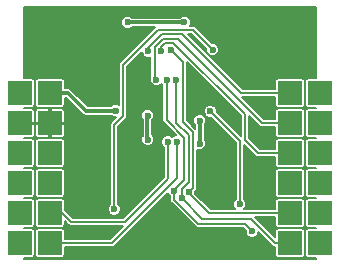
<source format=gbl>
G04 #@! TF.FileFunction,Copper,L2,Bot,Signal*
%FSLAX46Y46*%
G04 Gerber Fmt 4.6, Leading zero omitted, Abs format (unit mm)*
G04 Created by KiCad (PCBNEW 4.0.6) date 03/27/17 14:11:27*
%MOMM*%
%LPD*%
G01*
G04 APERTURE LIST*
%ADD10C,0.100000*%
%ADD11R,2.000000X2.000000*%
%ADD12C,0.600000*%
%ADD13C,0.300000*%
%ADD14C,0.200000*%
G04 APERTURE END LIST*
D10*
D11*
X125230000Y-91700000D03*
X125230000Y-94240000D03*
X125230000Y-96780000D03*
X125230000Y-99320000D03*
X125230000Y-101860000D03*
X125230000Y-104400000D03*
X145560000Y-104400000D03*
X145560000Y-101860000D03*
X145560000Y-99320000D03*
X145560000Y-96780000D03*
X145560000Y-94240000D03*
X145560000Y-91700000D03*
X148100000Y-104400000D03*
X148100000Y-101860000D03*
X148100000Y-99320000D03*
X148100000Y-96780000D03*
X148100000Y-94240000D03*
X148100000Y-91700000D03*
X122690000Y-91700000D03*
X122690000Y-94240000D03*
X122690000Y-96780000D03*
X122690000Y-99320000D03*
X122690000Y-101860000D03*
X122690000Y-104400000D03*
D12*
X133500000Y-93600000D03*
X133530000Y-95620000D03*
X136600000Y-85710000D03*
X131810000Y-85710000D03*
X137920000Y-94020000D03*
X137920000Y-95980000D03*
X130800000Y-93190000D03*
X137900000Y-93100000D03*
X140200000Y-85500000D03*
X144570000Y-89470000D03*
X140710000Y-99600000D03*
X128060000Y-101760000D03*
X132270000Y-98130000D03*
X130000000Y-85500000D03*
X127500000Y-96100000D03*
X132500000Y-94300000D03*
X142500000Y-98200000D03*
X142900000Y-95300000D03*
X135000000Y-100800000D03*
X134100000Y-94300000D03*
X138000000Y-99600000D03*
X135490000Y-88040000D03*
X136975000Y-100100000D03*
X136375000Y-100575000D03*
X135915000Y-90605000D03*
X135104000Y-90580000D03*
X142340000Y-103390000D03*
X135740000Y-100000000D03*
X134650000Y-88090000D03*
X134250000Y-90550000D03*
X133540000Y-88140000D03*
X135220000Y-95830000D03*
X136025000Y-95800000D03*
X141320000Y-101110000D03*
X138790000Y-93210000D03*
X139000000Y-88025000D03*
X130670000Y-101520000D03*
D13*
X133500000Y-93600000D02*
X133470000Y-93630000D01*
X133470000Y-95560000D02*
X133530000Y-95620000D01*
X133470000Y-93630000D02*
X133470000Y-95560000D01*
D14*
X133530000Y-95620000D02*
X133500000Y-95620000D01*
D13*
X136600000Y-85710000D02*
X131810000Y-85710000D01*
X137920000Y-95980000D02*
X137920000Y-94020000D01*
X126770000Y-91700000D02*
X125230000Y-91700000D01*
X128260000Y-93190000D02*
X126770000Y-91700000D01*
X130800000Y-93190000D02*
X128260000Y-93190000D01*
D14*
X140200000Y-85500000D02*
X140600000Y-85500000D01*
X140600000Y-85500000D02*
X144570000Y-89470000D01*
X136975000Y-100100000D02*
X137350000Y-99725000D01*
X136470000Y-89020000D02*
X135490000Y-88040000D01*
X136470000Y-94140000D02*
X136470000Y-89020000D01*
X137350000Y-95020000D02*
X136470000Y-94140000D01*
X137350000Y-99725000D02*
X137350000Y-95020000D01*
X145560000Y-101860000D02*
X138685000Y-101860000D01*
X136975000Y-100150000D02*
X136975000Y-100100000D01*
X138685000Y-101860000D02*
X136975000Y-100150000D01*
X135915000Y-90605000D02*
X135915000Y-94185000D01*
X136375000Y-99835000D02*
X136375000Y-100575000D01*
X136980000Y-99230000D02*
X136375000Y-99835000D01*
X136980000Y-95250000D02*
X136980000Y-99230000D01*
X135915000Y-94185000D02*
X136980000Y-95250000D01*
X145560000Y-104400000D02*
X144300000Y-104400000D01*
X144300000Y-104400000D02*
X142220000Y-102320000D01*
X142220000Y-102320000D02*
X138120000Y-102320000D01*
X138120000Y-102320000D02*
X136375000Y-100575000D01*
X135740000Y-99885000D02*
X136600000Y-99025000D01*
X136600000Y-95500000D02*
X136600000Y-99025000D01*
X135104000Y-94004000D02*
X136600000Y-95500000D01*
X135104000Y-94004000D02*
X135104000Y-90580000D01*
X135740000Y-99885000D02*
X135740000Y-100000000D01*
X142340000Y-103390000D02*
X141750002Y-102800002D01*
X141750002Y-102800002D02*
X137810002Y-102800002D01*
X137810002Y-102800002D02*
X135800000Y-100790000D01*
X135740000Y-100730000D02*
X135800000Y-100790000D01*
X135740000Y-100000000D02*
X135740000Y-100730000D01*
X134650000Y-88090000D02*
X134650000Y-87749956D01*
X135730000Y-87500000D02*
X141730000Y-93500000D01*
X141730000Y-93500000D02*
X141730000Y-95660000D01*
X141730000Y-95660000D02*
X142850000Y-96780000D01*
X142850000Y-96780000D02*
X145560000Y-96780000D01*
X135650004Y-87420004D02*
X135730000Y-87500000D01*
X134979952Y-87420004D02*
X135650004Y-87420004D01*
X134650000Y-87749956D02*
X134979952Y-87420004D01*
X136080000Y-87120000D02*
X136079998Y-87120000D01*
X145560000Y-94240000D02*
X143200000Y-94240000D01*
X136080000Y-87120000D02*
X143200000Y-94240000D01*
X134092489Y-90392489D02*
X134250000Y-90550000D01*
X134092489Y-87812489D02*
X134092489Y-90392489D01*
X134834976Y-87070002D02*
X134092489Y-87812489D01*
X135600000Y-87070002D02*
X134834976Y-87070002D01*
X136030000Y-87070002D02*
X135600000Y-87070002D01*
X136079998Y-87120000D02*
X136030000Y-87070002D01*
X141400000Y-91700000D02*
X136420000Y-86720000D01*
X136420000Y-86720000D02*
X134690000Y-86720000D01*
X134690000Y-86720000D02*
X133540000Y-87870000D01*
X133540000Y-87870000D02*
X133540000Y-88140000D01*
X141400000Y-91700000D02*
X145560000Y-91700000D01*
X135220000Y-98905000D02*
X135102500Y-99022500D01*
X135220000Y-95830000D02*
X135220000Y-98905000D01*
X135102500Y-99022500D02*
X131550000Y-102575000D01*
X126285000Y-101860000D02*
X125230000Y-101860000D01*
X127000000Y-102575000D02*
X126285000Y-101860000D01*
X131550000Y-102575000D02*
X127000000Y-102575000D01*
X125230000Y-104400000D02*
X130475000Y-104400000D01*
X136025000Y-98850000D02*
X136025000Y-95800000D01*
X130475000Y-104400000D02*
X136025000Y-98850000D01*
X141320000Y-95740000D02*
X141320000Y-101110000D01*
X138790000Y-93210000D02*
X141320000Y-95740000D01*
X131400000Y-89300000D02*
X134340000Y-86360000D01*
X134340000Y-86360000D02*
X137335000Y-86360000D01*
X137335000Y-86360000D02*
X139000000Y-88025000D01*
X130670000Y-101520000D02*
X130675000Y-94395000D01*
X130675000Y-94395000D02*
X131400000Y-93670000D01*
X131400000Y-93670000D02*
X131400000Y-89300000D01*
G36*
X147775000Y-90445103D02*
X147100000Y-90445103D01*
X147007356Y-90462535D01*
X146922268Y-90517288D01*
X146865185Y-90600831D01*
X146845103Y-90700000D01*
X146845103Y-92700000D01*
X146862535Y-92792644D01*
X146917288Y-92877732D01*
X147000831Y-92934815D01*
X147100000Y-92954897D01*
X147775000Y-92954897D01*
X147775000Y-92985103D01*
X147100000Y-92985103D01*
X147007356Y-93002535D01*
X146922268Y-93057288D01*
X146865185Y-93140831D01*
X146845103Y-93240000D01*
X146845103Y-95240000D01*
X146862535Y-95332644D01*
X146917288Y-95417732D01*
X147000831Y-95474815D01*
X147100000Y-95494897D01*
X147775000Y-95494897D01*
X147775000Y-95525103D01*
X147100000Y-95525103D01*
X147007356Y-95542535D01*
X146922268Y-95597288D01*
X146865185Y-95680831D01*
X146845103Y-95780000D01*
X146845103Y-97780000D01*
X146862535Y-97872644D01*
X146917288Y-97957732D01*
X147000831Y-98014815D01*
X147100000Y-98034897D01*
X147775000Y-98034897D01*
X147775000Y-98065103D01*
X147100000Y-98065103D01*
X147007356Y-98082535D01*
X146922268Y-98137288D01*
X146865185Y-98220831D01*
X146845103Y-98320000D01*
X146845103Y-100320000D01*
X146862535Y-100412644D01*
X146917288Y-100497732D01*
X147000831Y-100554815D01*
X147100000Y-100574897D01*
X147775000Y-100574897D01*
X147775000Y-100605103D01*
X147100000Y-100605103D01*
X147007356Y-100622535D01*
X146922268Y-100677288D01*
X146865185Y-100760831D01*
X146845103Y-100860000D01*
X146845103Y-102860000D01*
X146862535Y-102952644D01*
X146917288Y-103037732D01*
X147000831Y-103094815D01*
X147100000Y-103114897D01*
X147775000Y-103114897D01*
X147775000Y-103145103D01*
X147100000Y-103145103D01*
X147007356Y-103162535D01*
X146922268Y-103217288D01*
X146865185Y-103300831D01*
X146845103Y-103400000D01*
X146845103Y-105400000D01*
X146862535Y-105492644D01*
X146917288Y-105577732D01*
X147000831Y-105634815D01*
X147100000Y-105654897D01*
X147775000Y-105654897D01*
X147775000Y-105775000D01*
X123025000Y-105775000D01*
X123025000Y-105654897D01*
X123690000Y-105654897D01*
X123782644Y-105637465D01*
X123867732Y-105582712D01*
X123924815Y-105499169D01*
X123944897Y-105400000D01*
X123944897Y-103400000D01*
X123927465Y-103307356D01*
X123872712Y-103222268D01*
X123789169Y-103165185D01*
X123690000Y-103145103D01*
X123025000Y-103145103D01*
X123025000Y-103114897D01*
X123690000Y-103114897D01*
X123782644Y-103097465D01*
X123867732Y-103042712D01*
X123924815Y-102959169D01*
X123944897Y-102860000D01*
X123944897Y-100860000D01*
X123927465Y-100767356D01*
X123872712Y-100682268D01*
X123789169Y-100625185D01*
X123690000Y-100605103D01*
X123025000Y-100605103D01*
X123025000Y-100574897D01*
X123690000Y-100574897D01*
X123782644Y-100557465D01*
X123867732Y-100502712D01*
X123924815Y-100419169D01*
X123944897Y-100320000D01*
X123944897Y-98320000D01*
X123975103Y-98320000D01*
X123975103Y-100320000D01*
X123992535Y-100412644D01*
X124047288Y-100497732D01*
X124130831Y-100554815D01*
X124230000Y-100574897D01*
X126230000Y-100574897D01*
X126322644Y-100557465D01*
X126407732Y-100502712D01*
X126464815Y-100419169D01*
X126484897Y-100320000D01*
X126484897Y-98320000D01*
X126467465Y-98227356D01*
X126412712Y-98142268D01*
X126329169Y-98085185D01*
X126230000Y-98065103D01*
X124230000Y-98065103D01*
X124137356Y-98082535D01*
X124052268Y-98137288D01*
X123995185Y-98220831D01*
X123975103Y-98320000D01*
X123944897Y-98320000D01*
X123927465Y-98227356D01*
X123872712Y-98142268D01*
X123789169Y-98085185D01*
X123690000Y-98065103D01*
X123025000Y-98065103D01*
X123025000Y-98034897D01*
X123690000Y-98034897D01*
X123782644Y-98017465D01*
X123867732Y-97962712D01*
X123924815Y-97879169D01*
X123944897Y-97780000D01*
X123944897Y-95780000D01*
X123975103Y-95780000D01*
X123975103Y-97780000D01*
X123992535Y-97872644D01*
X124047288Y-97957732D01*
X124130831Y-98014815D01*
X124230000Y-98034897D01*
X126230000Y-98034897D01*
X126322644Y-98017465D01*
X126407732Y-97962712D01*
X126464815Y-97879169D01*
X126484897Y-97780000D01*
X126484897Y-95780000D01*
X126467465Y-95687356D01*
X126412712Y-95602268D01*
X126329169Y-95545185D01*
X126230000Y-95525103D01*
X124230000Y-95525103D01*
X124137356Y-95542535D01*
X124052268Y-95597288D01*
X123995185Y-95680831D01*
X123975103Y-95780000D01*
X123944897Y-95780000D01*
X123927465Y-95687356D01*
X123872712Y-95602268D01*
X123789169Y-95545185D01*
X123690000Y-95525103D01*
X123025000Y-95525103D01*
X123025000Y-95490000D01*
X123739728Y-95490000D01*
X123831614Y-95451940D01*
X123901940Y-95381614D01*
X123940000Y-95289728D01*
X123940000Y-94352500D01*
X123980000Y-94352500D01*
X123980000Y-95289728D01*
X124018060Y-95381614D01*
X124088386Y-95451940D01*
X124180272Y-95490000D01*
X125117500Y-95490000D01*
X125180000Y-95427500D01*
X125180000Y-94290000D01*
X125280000Y-94290000D01*
X125280000Y-95427500D01*
X125342500Y-95490000D01*
X126279728Y-95490000D01*
X126371614Y-95451940D01*
X126441940Y-95381614D01*
X126480000Y-95289728D01*
X126480000Y-94352500D01*
X126417500Y-94290000D01*
X125280000Y-94290000D01*
X125180000Y-94290000D01*
X124042500Y-94290000D01*
X123980000Y-94352500D01*
X123940000Y-94352500D01*
X123877500Y-94290000D01*
X123025000Y-94290000D01*
X123025000Y-94190000D01*
X123877500Y-94190000D01*
X123940000Y-94127500D01*
X123940000Y-93190272D01*
X123980000Y-93190272D01*
X123980000Y-94127500D01*
X124042500Y-94190000D01*
X125180000Y-94190000D01*
X125180000Y-93052500D01*
X125280000Y-93052500D01*
X125280000Y-94190000D01*
X126417500Y-94190000D01*
X126480000Y-94127500D01*
X126480000Y-93190272D01*
X126441940Y-93098386D01*
X126371614Y-93028060D01*
X126279728Y-92990000D01*
X125342500Y-92990000D01*
X125280000Y-93052500D01*
X125180000Y-93052500D01*
X125117500Y-92990000D01*
X124180272Y-92990000D01*
X124088386Y-93028060D01*
X124018060Y-93098386D01*
X123980000Y-93190272D01*
X123940000Y-93190272D01*
X123901940Y-93098386D01*
X123831614Y-93028060D01*
X123739728Y-92990000D01*
X123025000Y-92990000D01*
X123025000Y-92954897D01*
X123690000Y-92954897D01*
X123782644Y-92937465D01*
X123867732Y-92882712D01*
X123924815Y-92799169D01*
X123944897Y-92700000D01*
X123944897Y-90700000D01*
X123975103Y-90700000D01*
X123975103Y-92700000D01*
X123992535Y-92792644D01*
X124047288Y-92877732D01*
X124130831Y-92934815D01*
X124230000Y-92954897D01*
X126230000Y-92954897D01*
X126322644Y-92937465D01*
X126407732Y-92882712D01*
X126464815Y-92799169D01*
X126484897Y-92700000D01*
X126484897Y-92100000D01*
X126604314Y-92100000D01*
X127977157Y-93472843D01*
X128106926Y-93559552D01*
X128260000Y-93590000D01*
X130422163Y-93590000D01*
X130488043Y-93655995D01*
X130690118Y-93739904D01*
X130834996Y-93740030D01*
X130427513Y-94147513D01*
X130389692Y-94204115D01*
X130351736Y-94260834D01*
X130351711Y-94260957D01*
X130351642Y-94261061D01*
X130338514Y-94327061D01*
X130325000Y-94394754D01*
X130320300Y-101091951D01*
X130204005Y-101208043D01*
X130120096Y-101410118D01*
X130119905Y-101628922D01*
X130203461Y-101831143D01*
X130358043Y-101985995D01*
X130560118Y-102069904D01*
X130778922Y-102070095D01*
X130981143Y-101986539D01*
X131135995Y-101831957D01*
X131219904Y-101629882D01*
X131220095Y-101411078D01*
X131136539Y-101208857D01*
X131020300Y-101092415D01*
X131024898Y-94540076D01*
X131647487Y-93917487D01*
X131723358Y-93803939D01*
X131742257Y-93708922D01*
X132949905Y-93708922D01*
X133033461Y-93911143D01*
X133070000Y-93947746D01*
X133070000Y-95302058D01*
X133064005Y-95308043D01*
X132980096Y-95510118D01*
X132979905Y-95728922D01*
X133063461Y-95931143D01*
X133218043Y-96085995D01*
X133420118Y-96169904D01*
X133638922Y-96170095D01*
X133841143Y-96086539D01*
X133995995Y-95931957D01*
X134079904Y-95729882D01*
X134080095Y-95511078D01*
X133996539Y-95308857D01*
X133870000Y-95182097D01*
X133870000Y-94007785D01*
X133965995Y-93911957D01*
X134049904Y-93709882D01*
X134050095Y-93491078D01*
X133966539Y-93288857D01*
X133811957Y-93134005D01*
X133609882Y-93050096D01*
X133391078Y-93049905D01*
X133188857Y-93133461D01*
X133034005Y-93288043D01*
X132950096Y-93490118D01*
X132949905Y-93708922D01*
X131742257Y-93708922D01*
X131750000Y-93670000D01*
X131750000Y-89444974D01*
X132989943Y-88205031D01*
X132989905Y-88248922D01*
X133073461Y-88451143D01*
X133228043Y-88605995D01*
X133430118Y-88689904D01*
X133648922Y-88690095D01*
X133742489Y-88651434D01*
X133742489Y-90338024D01*
X133700096Y-90440118D01*
X133699905Y-90658922D01*
X133783461Y-90861143D01*
X133938043Y-91015995D01*
X134140118Y-91099904D01*
X134358922Y-91100095D01*
X134561143Y-91016539D01*
X134662066Y-90915791D01*
X134754000Y-91007886D01*
X134754000Y-94004000D01*
X134774301Y-94106061D01*
X134780642Y-94137939D01*
X134856513Y-94251487D01*
X135872809Y-95267783D01*
X135713857Y-95333461D01*
X135607476Y-95439656D01*
X135531957Y-95364005D01*
X135329882Y-95280096D01*
X135111078Y-95279905D01*
X134908857Y-95363461D01*
X134754005Y-95518043D01*
X134670096Y-95720118D01*
X134669905Y-95938922D01*
X134753461Y-96141143D01*
X134870000Y-96257886D01*
X134870000Y-98760026D01*
X134855016Y-98775010D01*
X134855013Y-98775012D01*
X131405026Y-102225000D01*
X127144975Y-102225000D01*
X126532487Y-101612513D01*
X126484897Y-101580714D01*
X126484897Y-100860000D01*
X126467465Y-100767356D01*
X126412712Y-100682268D01*
X126329169Y-100625185D01*
X126230000Y-100605103D01*
X124230000Y-100605103D01*
X124137356Y-100622535D01*
X124052268Y-100677288D01*
X123995185Y-100760831D01*
X123975103Y-100860000D01*
X123975103Y-102860000D01*
X123992535Y-102952644D01*
X124047288Y-103037732D01*
X124130831Y-103094815D01*
X124230000Y-103114897D01*
X126230000Y-103114897D01*
X126322644Y-103097465D01*
X126407732Y-103042712D01*
X126464815Y-102959169D01*
X126484897Y-102860000D01*
X126484897Y-102554872D01*
X126752513Y-102822488D01*
X126866061Y-102898358D01*
X127000000Y-102925000D01*
X131455026Y-102925000D01*
X130330026Y-104050000D01*
X126484897Y-104050000D01*
X126484897Y-103400000D01*
X126467465Y-103307356D01*
X126412712Y-103222268D01*
X126329169Y-103165185D01*
X126230000Y-103145103D01*
X124230000Y-103145103D01*
X124137356Y-103162535D01*
X124052268Y-103217288D01*
X123995185Y-103300831D01*
X123975103Y-103400000D01*
X123975103Y-105400000D01*
X123992535Y-105492644D01*
X124047288Y-105577732D01*
X124130831Y-105634815D01*
X124230000Y-105654897D01*
X126230000Y-105654897D01*
X126322644Y-105637465D01*
X126407732Y-105582712D01*
X126464815Y-105499169D01*
X126484897Y-105400000D01*
X126484897Y-104750000D01*
X130475000Y-104750000D01*
X130608939Y-104723358D01*
X130722487Y-104647487D01*
X135210707Y-100159267D01*
X135273461Y-100311143D01*
X135390000Y-100427886D01*
X135390000Y-100730000D01*
X135416642Y-100863939D01*
X135492513Y-100977487D01*
X135552513Y-101037488D01*
X135552516Y-101037490D01*
X137562515Y-103047489D01*
X137676062Y-103123360D01*
X137698284Y-103127780D01*
X137810002Y-103150002D01*
X141605028Y-103150002D01*
X141790048Y-103335022D01*
X141789905Y-103498922D01*
X141873461Y-103701143D01*
X142028043Y-103855995D01*
X142230118Y-103939904D01*
X142448922Y-103940095D01*
X142651143Y-103856539D01*
X142805995Y-103701957D01*
X142889904Y-103499882D01*
X142889917Y-103484892D01*
X144052512Y-104647487D01*
X144166060Y-104723358D01*
X144188282Y-104727778D01*
X144300000Y-104750000D01*
X144305103Y-104750000D01*
X144305103Y-105400000D01*
X144322535Y-105492644D01*
X144377288Y-105577732D01*
X144460831Y-105634815D01*
X144560000Y-105654897D01*
X146560000Y-105654897D01*
X146652644Y-105637465D01*
X146737732Y-105582712D01*
X146794815Y-105499169D01*
X146814897Y-105400000D01*
X146814897Y-103400000D01*
X146797465Y-103307356D01*
X146742712Y-103222268D01*
X146659169Y-103165185D01*
X146560000Y-103145103D01*
X144560000Y-103145103D01*
X144467356Y-103162535D01*
X144382268Y-103217288D01*
X144325185Y-103300831D01*
X144305103Y-103400000D01*
X144305103Y-103910128D01*
X142604974Y-102210000D01*
X144305103Y-102210000D01*
X144305103Y-102860000D01*
X144322535Y-102952644D01*
X144377288Y-103037732D01*
X144460831Y-103094815D01*
X144560000Y-103114897D01*
X146560000Y-103114897D01*
X146652644Y-103097465D01*
X146737732Y-103042712D01*
X146794815Y-102959169D01*
X146814897Y-102860000D01*
X146814897Y-100860000D01*
X146797465Y-100767356D01*
X146742712Y-100682268D01*
X146659169Y-100625185D01*
X146560000Y-100605103D01*
X144560000Y-100605103D01*
X144467356Y-100622535D01*
X144382268Y-100677288D01*
X144325185Y-100760831D01*
X144305103Y-100860000D01*
X144305103Y-101510000D01*
X141697798Y-101510000D01*
X141785995Y-101421957D01*
X141869904Y-101219882D01*
X141870095Y-101001078D01*
X141786539Y-100798857D01*
X141670000Y-100682114D01*
X141670000Y-98320000D01*
X144305103Y-98320000D01*
X144305103Y-100320000D01*
X144322535Y-100412644D01*
X144377288Y-100497732D01*
X144460831Y-100554815D01*
X144560000Y-100574897D01*
X146560000Y-100574897D01*
X146652644Y-100557465D01*
X146737732Y-100502712D01*
X146794815Y-100419169D01*
X146814897Y-100320000D01*
X146814897Y-98320000D01*
X146797465Y-98227356D01*
X146742712Y-98142268D01*
X146659169Y-98085185D01*
X146560000Y-98065103D01*
X144560000Y-98065103D01*
X144467356Y-98082535D01*
X144382268Y-98137288D01*
X144325185Y-98220831D01*
X144305103Y-98320000D01*
X141670000Y-98320000D01*
X141670000Y-96094974D01*
X142602512Y-97027487D01*
X142716060Y-97103358D01*
X142738282Y-97107778D01*
X142850000Y-97130000D01*
X144305103Y-97130000D01*
X144305103Y-97780000D01*
X144322535Y-97872644D01*
X144377288Y-97957732D01*
X144460831Y-98014815D01*
X144560000Y-98034897D01*
X146560000Y-98034897D01*
X146652644Y-98017465D01*
X146737732Y-97962712D01*
X146794815Y-97879169D01*
X146814897Y-97780000D01*
X146814897Y-95780000D01*
X146797465Y-95687356D01*
X146742712Y-95602268D01*
X146659169Y-95545185D01*
X146560000Y-95525103D01*
X144560000Y-95525103D01*
X144467356Y-95542535D01*
X144382268Y-95597288D01*
X144325185Y-95680831D01*
X144305103Y-95780000D01*
X144305103Y-96430000D01*
X142994975Y-96430000D01*
X142080000Y-95515026D01*
X142080000Y-93614975D01*
X142952513Y-94487488D01*
X143066061Y-94563358D01*
X143200000Y-94590000D01*
X144305103Y-94590000D01*
X144305103Y-95240000D01*
X144322535Y-95332644D01*
X144377288Y-95417732D01*
X144460831Y-95474815D01*
X144560000Y-95494897D01*
X146560000Y-95494897D01*
X146652644Y-95477465D01*
X146737732Y-95422712D01*
X146794815Y-95339169D01*
X146814897Y-95240000D01*
X146814897Y-93240000D01*
X146797465Y-93147356D01*
X146742712Y-93062268D01*
X146659169Y-93005185D01*
X146560000Y-92985103D01*
X144560000Y-92985103D01*
X144467356Y-93002535D01*
X144382268Y-93057288D01*
X144325185Y-93140831D01*
X144305103Y-93240000D01*
X144305103Y-93890000D01*
X143344975Y-93890000D01*
X141504975Y-92050000D01*
X144305103Y-92050000D01*
X144305103Y-92700000D01*
X144322535Y-92792644D01*
X144377288Y-92877732D01*
X144460831Y-92934815D01*
X144560000Y-92954897D01*
X146560000Y-92954897D01*
X146652644Y-92937465D01*
X146737732Y-92882712D01*
X146794815Y-92799169D01*
X146814897Y-92700000D01*
X146814897Y-90700000D01*
X146797465Y-90607356D01*
X146742712Y-90522268D01*
X146659169Y-90465185D01*
X146560000Y-90445103D01*
X144560000Y-90445103D01*
X144467356Y-90462535D01*
X144382268Y-90517288D01*
X144325185Y-90600831D01*
X144305103Y-90700000D01*
X144305103Y-91350000D01*
X141544975Y-91350000D01*
X136904974Y-86710000D01*
X137190026Y-86710000D01*
X138450048Y-87970023D01*
X138449905Y-88133922D01*
X138533461Y-88336143D01*
X138688043Y-88490995D01*
X138890118Y-88574904D01*
X139108922Y-88575095D01*
X139311143Y-88491539D01*
X139465995Y-88336957D01*
X139549904Y-88134882D01*
X139550095Y-87916078D01*
X139466539Y-87713857D01*
X139311957Y-87559005D01*
X139109882Y-87475096D01*
X138944927Y-87474952D01*
X137582487Y-86112513D01*
X137468939Y-86036642D01*
X137335000Y-86010000D01*
X137070960Y-86010000D01*
X137149904Y-85819882D01*
X137150095Y-85601078D01*
X137066539Y-85398857D01*
X136911957Y-85244005D01*
X136709882Y-85160096D01*
X136491078Y-85159905D01*
X136288857Y-85243461D01*
X136222202Y-85310000D01*
X132187837Y-85310000D01*
X132121957Y-85244005D01*
X131919882Y-85160096D01*
X131701078Y-85159905D01*
X131498857Y-85243461D01*
X131344005Y-85398043D01*
X131260096Y-85600118D01*
X131259905Y-85818922D01*
X131343461Y-86021143D01*
X131498043Y-86175995D01*
X131700118Y-86259904D01*
X131918922Y-86260095D01*
X132121143Y-86176539D01*
X132187798Y-86110000D01*
X134096274Y-86110000D01*
X134092513Y-86112513D01*
X131152513Y-89052513D01*
X131076642Y-89166061D01*
X131050000Y-89300000D01*
X131050000Y-92698278D01*
X130909882Y-92640096D01*
X130691078Y-92639905D01*
X130488857Y-92723461D01*
X130422202Y-92790000D01*
X128425686Y-92790000D01*
X127052843Y-91417157D01*
X126923074Y-91330448D01*
X126770000Y-91300000D01*
X126484897Y-91300000D01*
X126484897Y-90700000D01*
X126467465Y-90607356D01*
X126412712Y-90522268D01*
X126329169Y-90465185D01*
X126230000Y-90445103D01*
X124230000Y-90445103D01*
X124137356Y-90462535D01*
X124052268Y-90517288D01*
X123995185Y-90600831D01*
X123975103Y-90700000D01*
X123944897Y-90700000D01*
X123927465Y-90607356D01*
X123872712Y-90522268D01*
X123789169Y-90465185D01*
X123690000Y-90445103D01*
X123025000Y-90445103D01*
X123025000Y-84425000D01*
X147775000Y-84425000D01*
X147775000Y-90445103D01*
X147775000Y-90445103D01*
G37*
X147775000Y-90445103D02*
X147100000Y-90445103D01*
X147007356Y-90462535D01*
X146922268Y-90517288D01*
X146865185Y-90600831D01*
X146845103Y-90700000D01*
X146845103Y-92700000D01*
X146862535Y-92792644D01*
X146917288Y-92877732D01*
X147000831Y-92934815D01*
X147100000Y-92954897D01*
X147775000Y-92954897D01*
X147775000Y-92985103D01*
X147100000Y-92985103D01*
X147007356Y-93002535D01*
X146922268Y-93057288D01*
X146865185Y-93140831D01*
X146845103Y-93240000D01*
X146845103Y-95240000D01*
X146862535Y-95332644D01*
X146917288Y-95417732D01*
X147000831Y-95474815D01*
X147100000Y-95494897D01*
X147775000Y-95494897D01*
X147775000Y-95525103D01*
X147100000Y-95525103D01*
X147007356Y-95542535D01*
X146922268Y-95597288D01*
X146865185Y-95680831D01*
X146845103Y-95780000D01*
X146845103Y-97780000D01*
X146862535Y-97872644D01*
X146917288Y-97957732D01*
X147000831Y-98014815D01*
X147100000Y-98034897D01*
X147775000Y-98034897D01*
X147775000Y-98065103D01*
X147100000Y-98065103D01*
X147007356Y-98082535D01*
X146922268Y-98137288D01*
X146865185Y-98220831D01*
X146845103Y-98320000D01*
X146845103Y-100320000D01*
X146862535Y-100412644D01*
X146917288Y-100497732D01*
X147000831Y-100554815D01*
X147100000Y-100574897D01*
X147775000Y-100574897D01*
X147775000Y-100605103D01*
X147100000Y-100605103D01*
X147007356Y-100622535D01*
X146922268Y-100677288D01*
X146865185Y-100760831D01*
X146845103Y-100860000D01*
X146845103Y-102860000D01*
X146862535Y-102952644D01*
X146917288Y-103037732D01*
X147000831Y-103094815D01*
X147100000Y-103114897D01*
X147775000Y-103114897D01*
X147775000Y-103145103D01*
X147100000Y-103145103D01*
X147007356Y-103162535D01*
X146922268Y-103217288D01*
X146865185Y-103300831D01*
X146845103Y-103400000D01*
X146845103Y-105400000D01*
X146862535Y-105492644D01*
X146917288Y-105577732D01*
X147000831Y-105634815D01*
X147100000Y-105654897D01*
X147775000Y-105654897D01*
X147775000Y-105775000D01*
X123025000Y-105775000D01*
X123025000Y-105654897D01*
X123690000Y-105654897D01*
X123782644Y-105637465D01*
X123867732Y-105582712D01*
X123924815Y-105499169D01*
X123944897Y-105400000D01*
X123944897Y-103400000D01*
X123927465Y-103307356D01*
X123872712Y-103222268D01*
X123789169Y-103165185D01*
X123690000Y-103145103D01*
X123025000Y-103145103D01*
X123025000Y-103114897D01*
X123690000Y-103114897D01*
X123782644Y-103097465D01*
X123867732Y-103042712D01*
X123924815Y-102959169D01*
X123944897Y-102860000D01*
X123944897Y-100860000D01*
X123927465Y-100767356D01*
X123872712Y-100682268D01*
X123789169Y-100625185D01*
X123690000Y-100605103D01*
X123025000Y-100605103D01*
X123025000Y-100574897D01*
X123690000Y-100574897D01*
X123782644Y-100557465D01*
X123867732Y-100502712D01*
X123924815Y-100419169D01*
X123944897Y-100320000D01*
X123944897Y-98320000D01*
X123975103Y-98320000D01*
X123975103Y-100320000D01*
X123992535Y-100412644D01*
X124047288Y-100497732D01*
X124130831Y-100554815D01*
X124230000Y-100574897D01*
X126230000Y-100574897D01*
X126322644Y-100557465D01*
X126407732Y-100502712D01*
X126464815Y-100419169D01*
X126484897Y-100320000D01*
X126484897Y-98320000D01*
X126467465Y-98227356D01*
X126412712Y-98142268D01*
X126329169Y-98085185D01*
X126230000Y-98065103D01*
X124230000Y-98065103D01*
X124137356Y-98082535D01*
X124052268Y-98137288D01*
X123995185Y-98220831D01*
X123975103Y-98320000D01*
X123944897Y-98320000D01*
X123927465Y-98227356D01*
X123872712Y-98142268D01*
X123789169Y-98085185D01*
X123690000Y-98065103D01*
X123025000Y-98065103D01*
X123025000Y-98034897D01*
X123690000Y-98034897D01*
X123782644Y-98017465D01*
X123867732Y-97962712D01*
X123924815Y-97879169D01*
X123944897Y-97780000D01*
X123944897Y-95780000D01*
X123975103Y-95780000D01*
X123975103Y-97780000D01*
X123992535Y-97872644D01*
X124047288Y-97957732D01*
X124130831Y-98014815D01*
X124230000Y-98034897D01*
X126230000Y-98034897D01*
X126322644Y-98017465D01*
X126407732Y-97962712D01*
X126464815Y-97879169D01*
X126484897Y-97780000D01*
X126484897Y-95780000D01*
X126467465Y-95687356D01*
X126412712Y-95602268D01*
X126329169Y-95545185D01*
X126230000Y-95525103D01*
X124230000Y-95525103D01*
X124137356Y-95542535D01*
X124052268Y-95597288D01*
X123995185Y-95680831D01*
X123975103Y-95780000D01*
X123944897Y-95780000D01*
X123927465Y-95687356D01*
X123872712Y-95602268D01*
X123789169Y-95545185D01*
X123690000Y-95525103D01*
X123025000Y-95525103D01*
X123025000Y-95490000D01*
X123739728Y-95490000D01*
X123831614Y-95451940D01*
X123901940Y-95381614D01*
X123940000Y-95289728D01*
X123940000Y-94352500D01*
X123980000Y-94352500D01*
X123980000Y-95289728D01*
X124018060Y-95381614D01*
X124088386Y-95451940D01*
X124180272Y-95490000D01*
X125117500Y-95490000D01*
X125180000Y-95427500D01*
X125180000Y-94290000D01*
X125280000Y-94290000D01*
X125280000Y-95427500D01*
X125342500Y-95490000D01*
X126279728Y-95490000D01*
X126371614Y-95451940D01*
X126441940Y-95381614D01*
X126480000Y-95289728D01*
X126480000Y-94352500D01*
X126417500Y-94290000D01*
X125280000Y-94290000D01*
X125180000Y-94290000D01*
X124042500Y-94290000D01*
X123980000Y-94352500D01*
X123940000Y-94352500D01*
X123877500Y-94290000D01*
X123025000Y-94290000D01*
X123025000Y-94190000D01*
X123877500Y-94190000D01*
X123940000Y-94127500D01*
X123940000Y-93190272D01*
X123980000Y-93190272D01*
X123980000Y-94127500D01*
X124042500Y-94190000D01*
X125180000Y-94190000D01*
X125180000Y-93052500D01*
X125280000Y-93052500D01*
X125280000Y-94190000D01*
X126417500Y-94190000D01*
X126480000Y-94127500D01*
X126480000Y-93190272D01*
X126441940Y-93098386D01*
X126371614Y-93028060D01*
X126279728Y-92990000D01*
X125342500Y-92990000D01*
X125280000Y-93052500D01*
X125180000Y-93052500D01*
X125117500Y-92990000D01*
X124180272Y-92990000D01*
X124088386Y-93028060D01*
X124018060Y-93098386D01*
X123980000Y-93190272D01*
X123940000Y-93190272D01*
X123901940Y-93098386D01*
X123831614Y-93028060D01*
X123739728Y-92990000D01*
X123025000Y-92990000D01*
X123025000Y-92954897D01*
X123690000Y-92954897D01*
X123782644Y-92937465D01*
X123867732Y-92882712D01*
X123924815Y-92799169D01*
X123944897Y-92700000D01*
X123944897Y-90700000D01*
X123975103Y-90700000D01*
X123975103Y-92700000D01*
X123992535Y-92792644D01*
X124047288Y-92877732D01*
X124130831Y-92934815D01*
X124230000Y-92954897D01*
X126230000Y-92954897D01*
X126322644Y-92937465D01*
X126407732Y-92882712D01*
X126464815Y-92799169D01*
X126484897Y-92700000D01*
X126484897Y-92100000D01*
X126604314Y-92100000D01*
X127977157Y-93472843D01*
X128106926Y-93559552D01*
X128260000Y-93590000D01*
X130422163Y-93590000D01*
X130488043Y-93655995D01*
X130690118Y-93739904D01*
X130834996Y-93740030D01*
X130427513Y-94147513D01*
X130389692Y-94204115D01*
X130351736Y-94260834D01*
X130351711Y-94260957D01*
X130351642Y-94261061D01*
X130338514Y-94327061D01*
X130325000Y-94394754D01*
X130320300Y-101091951D01*
X130204005Y-101208043D01*
X130120096Y-101410118D01*
X130119905Y-101628922D01*
X130203461Y-101831143D01*
X130358043Y-101985995D01*
X130560118Y-102069904D01*
X130778922Y-102070095D01*
X130981143Y-101986539D01*
X131135995Y-101831957D01*
X131219904Y-101629882D01*
X131220095Y-101411078D01*
X131136539Y-101208857D01*
X131020300Y-101092415D01*
X131024898Y-94540076D01*
X131647487Y-93917487D01*
X131723358Y-93803939D01*
X131742257Y-93708922D01*
X132949905Y-93708922D01*
X133033461Y-93911143D01*
X133070000Y-93947746D01*
X133070000Y-95302058D01*
X133064005Y-95308043D01*
X132980096Y-95510118D01*
X132979905Y-95728922D01*
X133063461Y-95931143D01*
X133218043Y-96085995D01*
X133420118Y-96169904D01*
X133638922Y-96170095D01*
X133841143Y-96086539D01*
X133995995Y-95931957D01*
X134079904Y-95729882D01*
X134080095Y-95511078D01*
X133996539Y-95308857D01*
X133870000Y-95182097D01*
X133870000Y-94007785D01*
X133965995Y-93911957D01*
X134049904Y-93709882D01*
X134050095Y-93491078D01*
X133966539Y-93288857D01*
X133811957Y-93134005D01*
X133609882Y-93050096D01*
X133391078Y-93049905D01*
X133188857Y-93133461D01*
X133034005Y-93288043D01*
X132950096Y-93490118D01*
X132949905Y-93708922D01*
X131742257Y-93708922D01*
X131750000Y-93670000D01*
X131750000Y-89444974D01*
X132989943Y-88205031D01*
X132989905Y-88248922D01*
X133073461Y-88451143D01*
X133228043Y-88605995D01*
X133430118Y-88689904D01*
X133648922Y-88690095D01*
X133742489Y-88651434D01*
X133742489Y-90338024D01*
X133700096Y-90440118D01*
X133699905Y-90658922D01*
X133783461Y-90861143D01*
X133938043Y-91015995D01*
X134140118Y-91099904D01*
X134358922Y-91100095D01*
X134561143Y-91016539D01*
X134662066Y-90915791D01*
X134754000Y-91007886D01*
X134754000Y-94004000D01*
X134774301Y-94106061D01*
X134780642Y-94137939D01*
X134856513Y-94251487D01*
X135872809Y-95267783D01*
X135713857Y-95333461D01*
X135607476Y-95439656D01*
X135531957Y-95364005D01*
X135329882Y-95280096D01*
X135111078Y-95279905D01*
X134908857Y-95363461D01*
X134754005Y-95518043D01*
X134670096Y-95720118D01*
X134669905Y-95938922D01*
X134753461Y-96141143D01*
X134870000Y-96257886D01*
X134870000Y-98760026D01*
X134855016Y-98775010D01*
X134855013Y-98775012D01*
X131405026Y-102225000D01*
X127144975Y-102225000D01*
X126532487Y-101612513D01*
X126484897Y-101580714D01*
X126484897Y-100860000D01*
X126467465Y-100767356D01*
X126412712Y-100682268D01*
X126329169Y-100625185D01*
X126230000Y-100605103D01*
X124230000Y-100605103D01*
X124137356Y-100622535D01*
X124052268Y-100677288D01*
X123995185Y-100760831D01*
X123975103Y-100860000D01*
X123975103Y-102860000D01*
X123992535Y-102952644D01*
X124047288Y-103037732D01*
X124130831Y-103094815D01*
X124230000Y-103114897D01*
X126230000Y-103114897D01*
X126322644Y-103097465D01*
X126407732Y-103042712D01*
X126464815Y-102959169D01*
X126484897Y-102860000D01*
X126484897Y-102554872D01*
X126752513Y-102822488D01*
X126866061Y-102898358D01*
X127000000Y-102925000D01*
X131455026Y-102925000D01*
X130330026Y-104050000D01*
X126484897Y-104050000D01*
X126484897Y-103400000D01*
X126467465Y-103307356D01*
X126412712Y-103222268D01*
X126329169Y-103165185D01*
X126230000Y-103145103D01*
X124230000Y-103145103D01*
X124137356Y-103162535D01*
X124052268Y-103217288D01*
X123995185Y-103300831D01*
X123975103Y-103400000D01*
X123975103Y-105400000D01*
X123992535Y-105492644D01*
X124047288Y-105577732D01*
X124130831Y-105634815D01*
X124230000Y-105654897D01*
X126230000Y-105654897D01*
X126322644Y-105637465D01*
X126407732Y-105582712D01*
X126464815Y-105499169D01*
X126484897Y-105400000D01*
X126484897Y-104750000D01*
X130475000Y-104750000D01*
X130608939Y-104723358D01*
X130722487Y-104647487D01*
X135210707Y-100159267D01*
X135273461Y-100311143D01*
X135390000Y-100427886D01*
X135390000Y-100730000D01*
X135416642Y-100863939D01*
X135492513Y-100977487D01*
X135552513Y-101037488D01*
X135552516Y-101037490D01*
X137562515Y-103047489D01*
X137676062Y-103123360D01*
X137698284Y-103127780D01*
X137810002Y-103150002D01*
X141605028Y-103150002D01*
X141790048Y-103335022D01*
X141789905Y-103498922D01*
X141873461Y-103701143D01*
X142028043Y-103855995D01*
X142230118Y-103939904D01*
X142448922Y-103940095D01*
X142651143Y-103856539D01*
X142805995Y-103701957D01*
X142889904Y-103499882D01*
X142889917Y-103484892D01*
X144052512Y-104647487D01*
X144166060Y-104723358D01*
X144188282Y-104727778D01*
X144300000Y-104750000D01*
X144305103Y-104750000D01*
X144305103Y-105400000D01*
X144322535Y-105492644D01*
X144377288Y-105577732D01*
X144460831Y-105634815D01*
X144560000Y-105654897D01*
X146560000Y-105654897D01*
X146652644Y-105637465D01*
X146737732Y-105582712D01*
X146794815Y-105499169D01*
X146814897Y-105400000D01*
X146814897Y-103400000D01*
X146797465Y-103307356D01*
X146742712Y-103222268D01*
X146659169Y-103165185D01*
X146560000Y-103145103D01*
X144560000Y-103145103D01*
X144467356Y-103162535D01*
X144382268Y-103217288D01*
X144325185Y-103300831D01*
X144305103Y-103400000D01*
X144305103Y-103910128D01*
X142604974Y-102210000D01*
X144305103Y-102210000D01*
X144305103Y-102860000D01*
X144322535Y-102952644D01*
X144377288Y-103037732D01*
X144460831Y-103094815D01*
X144560000Y-103114897D01*
X146560000Y-103114897D01*
X146652644Y-103097465D01*
X146737732Y-103042712D01*
X146794815Y-102959169D01*
X146814897Y-102860000D01*
X146814897Y-100860000D01*
X146797465Y-100767356D01*
X146742712Y-100682268D01*
X146659169Y-100625185D01*
X146560000Y-100605103D01*
X144560000Y-100605103D01*
X144467356Y-100622535D01*
X144382268Y-100677288D01*
X144325185Y-100760831D01*
X144305103Y-100860000D01*
X144305103Y-101510000D01*
X141697798Y-101510000D01*
X141785995Y-101421957D01*
X141869904Y-101219882D01*
X141870095Y-101001078D01*
X141786539Y-100798857D01*
X141670000Y-100682114D01*
X141670000Y-98320000D01*
X144305103Y-98320000D01*
X144305103Y-100320000D01*
X144322535Y-100412644D01*
X144377288Y-100497732D01*
X144460831Y-100554815D01*
X144560000Y-100574897D01*
X146560000Y-100574897D01*
X146652644Y-100557465D01*
X146737732Y-100502712D01*
X146794815Y-100419169D01*
X146814897Y-100320000D01*
X146814897Y-98320000D01*
X146797465Y-98227356D01*
X146742712Y-98142268D01*
X146659169Y-98085185D01*
X146560000Y-98065103D01*
X144560000Y-98065103D01*
X144467356Y-98082535D01*
X144382268Y-98137288D01*
X144325185Y-98220831D01*
X144305103Y-98320000D01*
X141670000Y-98320000D01*
X141670000Y-96094974D01*
X142602512Y-97027487D01*
X142716060Y-97103358D01*
X142738282Y-97107778D01*
X142850000Y-97130000D01*
X144305103Y-97130000D01*
X144305103Y-97780000D01*
X144322535Y-97872644D01*
X144377288Y-97957732D01*
X144460831Y-98014815D01*
X144560000Y-98034897D01*
X146560000Y-98034897D01*
X146652644Y-98017465D01*
X146737732Y-97962712D01*
X146794815Y-97879169D01*
X146814897Y-97780000D01*
X146814897Y-95780000D01*
X146797465Y-95687356D01*
X146742712Y-95602268D01*
X146659169Y-95545185D01*
X146560000Y-95525103D01*
X144560000Y-95525103D01*
X144467356Y-95542535D01*
X144382268Y-95597288D01*
X144325185Y-95680831D01*
X144305103Y-95780000D01*
X144305103Y-96430000D01*
X142994975Y-96430000D01*
X142080000Y-95515026D01*
X142080000Y-93614975D01*
X142952513Y-94487488D01*
X143066061Y-94563358D01*
X143200000Y-94590000D01*
X144305103Y-94590000D01*
X144305103Y-95240000D01*
X144322535Y-95332644D01*
X144377288Y-95417732D01*
X144460831Y-95474815D01*
X144560000Y-95494897D01*
X146560000Y-95494897D01*
X146652644Y-95477465D01*
X146737732Y-95422712D01*
X146794815Y-95339169D01*
X146814897Y-95240000D01*
X146814897Y-93240000D01*
X146797465Y-93147356D01*
X146742712Y-93062268D01*
X146659169Y-93005185D01*
X146560000Y-92985103D01*
X144560000Y-92985103D01*
X144467356Y-93002535D01*
X144382268Y-93057288D01*
X144325185Y-93140831D01*
X144305103Y-93240000D01*
X144305103Y-93890000D01*
X143344975Y-93890000D01*
X141504975Y-92050000D01*
X144305103Y-92050000D01*
X144305103Y-92700000D01*
X144322535Y-92792644D01*
X144377288Y-92877732D01*
X144460831Y-92934815D01*
X144560000Y-92954897D01*
X146560000Y-92954897D01*
X146652644Y-92937465D01*
X146737732Y-92882712D01*
X146794815Y-92799169D01*
X146814897Y-92700000D01*
X146814897Y-90700000D01*
X146797465Y-90607356D01*
X146742712Y-90522268D01*
X146659169Y-90465185D01*
X146560000Y-90445103D01*
X144560000Y-90445103D01*
X144467356Y-90462535D01*
X144382268Y-90517288D01*
X144325185Y-90600831D01*
X144305103Y-90700000D01*
X144305103Y-91350000D01*
X141544975Y-91350000D01*
X136904974Y-86710000D01*
X137190026Y-86710000D01*
X138450048Y-87970023D01*
X138449905Y-88133922D01*
X138533461Y-88336143D01*
X138688043Y-88490995D01*
X138890118Y-88574904D01*
X139108922Y-88575095D01*
X139311143Y-88491539D01*
X139465995Y-88336957D01*
X139549904Y-88134882D01*
X139550095Y-87916078D01*
X139466539Y-87713857D01*
X139311957Y-87559005D01*
X139109882Y-87475096D01*
X138944927Y-87474952D01*
X137582487Y-86112513D01*
X137468939Y-86036642D01*
X137335000Y-86010000D01*
X137070960Y-86010000D01*
X137149904Y-85819882D01*
X137150095Y-85601078D01*
X137066539Y-85398857D01*
X136911957Y-85244005D01*
X136709882Y-85160096D01*
X136491078Y-85159905D01*
X136288857Y-85243461D01*
X136222202Y-85310000D01*
X132187837Y-85310000D01*
X132121957Y-85244005D01*
X131919882Y-85160096D01*
X131701078Y-85159905D01*
X131498857Y-85243461D01*
X131344005Y-85398043D01*
X131260096Y-85600118D01*
X131259905Y-85818922D01*
X131343461Y-86021143D01*
X131498043Y-86175995D01*
X131700118Y-86259904D01*
X131918922Y-86260095D01*
X132121143Y-86176539D01*
X132187798Y-86110000D01*
X134096274Y-86110000D01*
X134092513Y-86112513D01*
X131152513Y-89052513D01*
X131076642Y-89166061D01*
X131050000Y-89300000D01*
X131050000Y-92698278D01*
X130909882Y-92640096D01*
X130691078Y-92639905D01*
X130488857Y-92723461D01*
X130422202Y-92790000D01*
X128425686Y-92790000D01*
X127052843Y-91417157D01*
X126923074Y-91330448D01*
X126770000Y-91300000D01*
X126484897Y-91300000D01*
X126484897Y-90700000D01*
X126467465Y-90607356D01*
X126412712Y-90522268D01*
X126329169Y-90465185D01*
X126230000Y-90445103D01*
X124230000Y-90445103D01*
X124137356Y-90462535D01*
X124052268Y-90517288D01*
X123995185Y-90600831D01*
X123975103Y-90700000D01*
X123944897Y-90700000D01*
X123927465Y-90607356D01*
X123872712Y-90522268D01*
X123789169Y-90465185D01*
X123690000Y-90445103D01*
X123025000Y-90445103D01*
X123025000Y-84425000D01*
X147775000Y-84425000D01*
X147775000Y-90445103D01*
G36*
X141380000Y-93644975D02*
X141380000Y-95305025D01*
X139339952Y-93264978D01*
X139340095Y-93101078D01*
X139256539Y-92898857D01*
X139101957Y-92744005D01*
X138899882Y-92660096D01*
X138681078Y-92659905D01*
X138478857Y-92743461D01*
X138324005Y-92898043D01*
X138240096Y-93100118D01*
X138239905Y-93318922D01*
X138323461Y-93521143D01*
X138478043Y-93675995D01*
X138680118Y-93759904D01*
X138845074Y-93760048D01*
X140970000Y-95884975D01*
X140970000Y-100682250D01*
X140854005Y-100798043D01*
X140770096Y-101000118D01*
X140769905Y-101218922D01*
X140853461Y-101421143D01*
X140942163Y-101510000D01*
X138829975Y-101510000D01*
X137524908Y-100204934D01*
X137525048Y-100044926D01*
X137597487Y-99972487D01*
X137673358Y-99858940D01*
X137687460Y-99788043D01*
X137700000Y-99725000D01*
X137700000Y-96484179D01*
X137810118Y-96529904D01*
X138028922Y-96530095D01*
X138231143Y-96446539D01*
X138385995Y-96291957D01*
X138469904Y-96089882D01*
X138470095Y-95871078D01*
X138386539Y-95668857D01*
X138320000Y-95602202D01*
X138320000Y-94397837D01*
X138385995Y-94331957D01*
X138469904Y-94129882D01*
X138470095Y-93911078D01*
X138386539Y-93708857D01*
X138231957Y-93554005D01*
X138029882Y-93470096D01*
X137811078Y-93469905D01*
X137608857Y-93553461D01*
X137454005Y-93708043D01*
X137370096Y-93910118D01*
X137369905Y-94128922D01*
X137453461Y-94331143D01*
X137520000Y-94397798D01*
X137520000Y-94695026D01*
X136820000Y-93995026D01*
X136820000Y-89084974D01*
X141380000Y-93644975D01*
X141380000Y-93644975D01*
G37*
X141380000Y-93644975D02*
X141380000Y-95305025D01*
X139339952Y-93264978D01*
X139340095Y-93101078D01*
X139256539Y-92898857D01*
X139101957Y-92744005D01*
X138899882Y-92660096D01*
X138681078Y-92659905D01*
X138478857Y-92743461D01*
X138324005Y-92898043D01*
X138240096Y-93100118D01*
X138239905Y-93318922D01*
X138323461Y-93521143D01*
X138478043Y-93675995D01*
X138680118Y-93759904D01*
X138845074Y-93760048D01*
X140970000Y-95884975D01*
X140970000Y-100682250D01*
X140854005Y-100798043D01*
X140770096Y-101000118D01*
X140769905Y-101218922D01*
X140853461Y-101421143D01*
X140942163Y-101510000D01*
X138829975Y-101510000D01*
X137524908Y-100204934D01*
X137525048Y-100044926D01*
X137597487Y-99972487D01*
X137673358Y-99858940D01*
X137687460Y-99788043D01*
X137700000Y-99725000D01*
X137700000Y-96484179D01*
X137810118Y-96529904D01*
X138028922Y-96530095D01*
X138231143Y-96446539D01*
X138385995Y-96291957D01*
X138469904Y-96089882D01*
X138470095Y-95871078D01*
X138386539Y-95668857D01*
X138320000Y-95602202D01*
X138320000Y-94397837D01*
X138385995Y-94331957D01*
X138469904Y-94129882D01*
X138470095Y-93911078D01*
X138386539Y-93708857D01*
X138231957Y-93554005D01*
X138029882Y-93470096D01*
X137811078Y-93469905D01*
X137608857Y-93553461D01*
X137454005Y-93708043D01*
X137370096Y-93910118D01*
X137369905Y-94128922D01*
X137453461Y-94331143D01*
X137520000Y-94397798D01*
X137520000Y-94695026D01*
X136820000Y-93995026D01*
X136820000Y-89084974D01*
X141380000Y-93644975D01*
M02*

</source>
